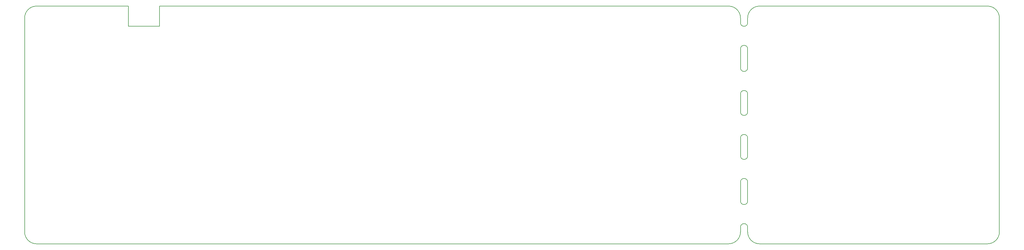
<source format=gbr>
G04 #@! TF.GenerationSoftware,KiCad,Pcbnew,(5.1.2-1)-1*
G04 #@! TF.CreationDate,2020-05-23T14:35:28-05:00*
G04 #@! TF.ProjectId,therick48.16_bottom_plate,74686572-6963-46b3-9438-2e31365f626f,rev?*
G04 #@! TF.SameCoordinates,Original*
G04 #@! TF.FileFunction,Profile,NP*
%FSLAX46Y46*%
G04 Gerber Fmt 4.6, Leading zero omitted, Abs format (unit mm)*
G04 Created by KiCad (PCBNEW (5.1.2-1)-1) date 2020-05-23 14:35:28*
%MOMM*%
%LPD*%
G04 APERTURE LIST*
%ADD10C,0.150000*%
G04 APERTURE END LIST*
D10*
X274360000Y-105640000D02*
G75*
G02X276640000Y-105640000I1140000J0D01*
G01*
X276640000Y-97280000D02*
G75*
G02X274360000Y-97280000I-1140000J0D01*
G01*
X274360000Y-91200000D02*
G75*
G02X276640000Y-91200000I1140000J0D01*
G01*
X276640000Y-82840000D02*
G75*
G02X274360000Y-82840000I-1140000J0D01*
G01*
X274360000Y-77140000D02*
G75*
G02X276640000Y-77140000I1140000J0D01*
G01*
X276640000Y-68780000D02*
G75*
G02X274360000Y-68780000I-1140000J0D01*
G01*
X274360000Y-63080000D02*
G75*
G02X276640000Y-63080000I1140000J0D01*
G01*
X276640000Y-54720000D02*
G75*
G02X274360000Y-54720000I-1140000J0D01*
G01*
X274360000Y-48640000D02*
G75*
G02X276640000Y-48640000I1140000J0D01*
G01*
X276640000Y-40280000D02*
G75*
G02X274360000Y-40280000I-1140000J0D01*
G01*
X276640000Y-63080000D02*
X276640000Y-68780000D01*
X274360000Y-63080000D02*
X274360000Y-68780000D01*
X276640000Y-48640000D02*
X276640000Y-54720000D01*
X274360000Y-48640000D02*
X274360000Y-54720000D01*
X274360000Y-38760000D02*
X274360000Y-40280000D01*
X276640000Y-38760000D02*
X276640000Y-40280000D01*
X276640000Y-91200000D02*
X276640000Y-97280000D01*
X274360000Y-91200000D02*
X274360000Y-97280000D01*
X276640000Y-77140000D02*
X276640000Y-82840000D01*
X274360000Y-77140000D02*
X274360000Y-82840000D01*
X276640000Y-105640000D02*
X276640000Y-107160000D01*
X274360000Y-105640000D02*
X274360000Y-107160000D01*
X353020000Y-34960000D02*
X280440000Y-34960000D01*
X356820000Y-107160000D02*
X356820000Y-38760000D01*
X280440000Y-110960000D02*
X353020000Y-110960000D01*
X280440000Y-110960000D02*
G75*
G02X276640000Y-107160000I0J3800000D01*
G01*
X276640000Y-38760000D02*
G75*
G02X280440000Y-34960000I3800000J0D01*
G01*
X353020000Y-34960000D02*
G75*
G02X356820000Y-38760000I0J-3800000D01*
G01*
X356820000Y-107160000D02*
G75*
G02X353020000Y-110960000I-3800000J0D01*
G01*
X89300000Y-41419891D02*
X89300000Y-34960000D01*
X79419765Y-41419891D02*
X89299765Y-41419891D01*
X79420000Y-34960000D02*
X79419765Y-41419891D01*
X50160000Y-110960000D02*
X270560000Y-110960000D01*
X46360000Y-38760000D02*
X46360000Y-107160000D01*
X50160000Y-34960000D02*
X79420000Y-34960000D01*
X270560000Y-34960000D02*
X89300000Y-34960000D01*
X270560000Y-34960000D02*
G75*
G02X274360000Y-38760000I0J-3800000D01*
G01*
X274360000Y-107160000D02*
G75*
G02X270560000Y-110960000I-3800000J0D01*
G01*
X50160000Y-110960000D02*
G75*
G02X46360000Y-107160000I0J3800000D01*
G01*
X46360000Y-38760000D02*
G75*
G02X50160000Y-34960000I3800000J0D01*
G01*
M02*

</source>
